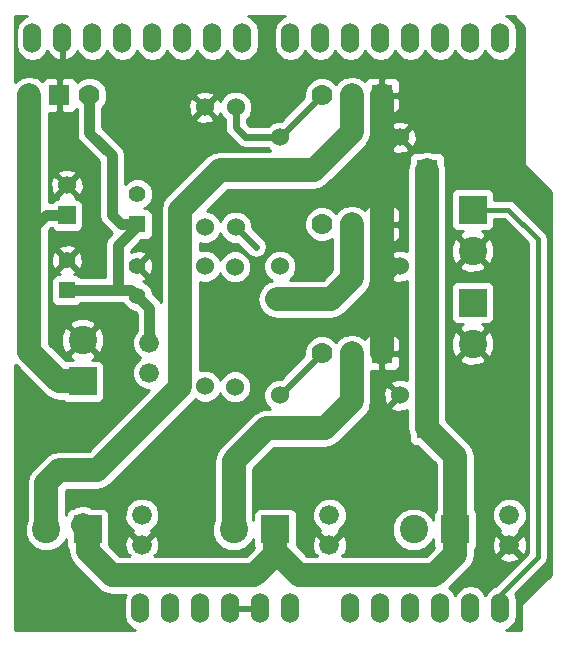
<source format=gbl>
G04 (created by PCBNEW (2013-07-07 BZR 4022)-stable) date 10/12/2014 6:36:12 PM*
%MOIN*%
G04 Gerber Fmt 3.4, Leading zero omitted, Abs format*
%FSLAX34Y34*%
G01*
G70*
G90*
G04 APERTURE LIST*
%ADD10C,0.00590551*%
%ADD11O,0.06X0.1*%
%ADD12C,0.06*%
%ADD13C,0.0944882*%
%ADD14R,0.0944882X0.0944882*%
%ADD15C,0.066*%
%ADD16C,0.07*%
%ADD17R,0.07X0.07*%
%ADD18R,0.06X0.06*%
%ADD19R,0.055X0.055*%
%ADD20C,0.055*%
%ADD21C,0.08*%
%ADD22C,0.024*%
%ADD23C,0.036*%
%ADD24C,0.016*%
%ADD25C,0.01*%
G04 APERTURE END LIST*
G54D10*
G54D11*
X61450Y-50100D03*
X60450Y-50100D03*
X59450Y-50100D03*
X56450Y-50100D03*
X57450Y-50100D03*
X58450Y-50100D03*
X54450Y-50100D03*
X53450Y-50100D03*
X52450Y-50100D03*
X50450Y-50100D03*
X49450Y-50100D03*
X61450Y-31100D03*
X60450Y-31100D03*
X59450Y-31100D03*
X58450Y-31100D03*
X57450Y-31100D03*
X56450Y-31100D03*
X55450Y-31100D03*
X54450Y-31100D03*
X52850Y-31100D03*
X51850Y-31100D03*
X50850Y-31100D03*
X49850Y-31100D03*
X48850Y-31100D03*
X47850Y-31100D03*
X46850Y-31100D03*
X45850Y-31100D03*
X51450Y-50100D03*
G54D12*
X51600Y-38700D03*
X51600Y-42700D03*
X58100Y-43000D03*
X54100Y-43000D03*
X52625Y-33400D03*
X52625Y-37400D03*
X58100Y-38700D03*
X54100Y-38700D03*
X58100Y-34400D03*
X54100Y-34400D03*
X52600Y-38725D03*
X52600Y-42725D03*
G54D13*
X58561Y-47474D03*
G54D14*
X59938Y-47474D03*
G54D13*
X52561Y-47474D03*
G54D14*
X53938Y-47474D03*
G54D13*
X46311Y-47474D03*
G54D14*
X47688Y-47474D03*
G54D15*
X49500Y-47000D03*
X49500Y-48000D03*
X55750Y-47000D03*
X55750Y-48000D03*
X61750Y-47000D03*
X61750Y-48000D03*
G54D16*
X54000Y-35500D03*
G54D17*
X59000Y-35500D03*
G54D16*
X54000Y-44100D03*
G54D17*
X59000Y-44100D03*
G54D16*
X54000Y-39800D03*
G54D17*
X59000Y-39800D03*
G54D13*
X47525Y-41161D03*
G54D14*
X47525Y-42538D03*
G54D16*
X55500Y-33000D03*
X56500Y-33000D03*
G54D17*
X57500Y-33000D03*
G54D16*
X55500Y-41600D03*
X56500Y-41600D03*
G54D17*
X57500Y-41600D03*
G54D16*
X55500Y-37300D03*
X56500Y-37300D03*
G54D17*
X57500Y-37300D03*
G54D18*
X47000Y-37000D03*
G54D12*
X47000Y-36000D03*
G54D19*
X47000Y-39500D03*
G54D20*
X47000Y-38500D03*
X49350Y-39700D03*
X49350Y-38700D03*
G54D16*
X45750Y-33000D03*
G54D17*
X46750Y-33000D03*
G54D16*
X47750Y-33000D03*
G54D15*
X49750Y-41250D03*
X49750Y-42250D03*
G54D13*
X60524Y-41288D03*
G54D14*
X60524Y-39911D03*
G54D13*
X60524Y-38188D03*
G54D14*
X60524Y-36811D03*
G54D19*
X49350Y-37300D03*
G54D20*
X49350Y-36300D03*
G54D12*
X51600Y-37400D03*
X51600Y-33400D03*
G54D21*
X57500Y-37300D02*
X57500Y-41600D01*
X57500Y-33000D02*
X57500Y-37300D01*
G54D22*
X52625Y-37400D02*
X52650Y-37400D01*
X52650Y-37400D02*
X53300Y-38050D01*
G54D23*
X49350Y-37300D02*
X49350Y-37350D01*
X48700Y-38000D02*
X48700Y-39500D01*
X49350Y-37350D02*
X48700Y-38000D01*
X49750Y-41250D02*
X49750Y-40100D01*
X49750Y-40100D02*
X49350Y-39700D01*
X47000Y-39500D02*
X48700Y-39500D01*
X48700Y-39500D02*
X49150Y-39500D01*
X49150Y-39500D02*
X49350Y-39700D01*
X49350Y-37300D02*
X48800Y-37300D01*
X47750Y-34250D02*
X47750Y-33000D01*
X48500Y-35000D02*
X47750Y-34250D01*
X48500Y-37000D02*
X48500Y-35000D01*
X48800Y-37300D02*
X48500Y-37000D01*
X49750Y-41250D02*
X49650Y-41250D01*
G54D22*
X54100Y-43000D02*
X55500Y-41600D01*
G54D21*
X54000Y-44100D02*
X53650Y-44100D01*
X52561Y-45188D02*
X52561Y-47474D01*
X53650Y-44100D02*
X52561Y-45188D01*
X56500Y-41600D02*
X56500Y-43200D01*
X55600Y-44100D02*
X54000Y-44100D01*
X56500Y-43200D02*
X55600Y-44100D01*
G54D22*
X54100Y-34400D02*
X52950Y-34400D01*
X52625Y-34075D02*
X52625Y-33400D01*
X52950Y-34400D02*
X52625Y-34075D01*
X55500Y-33000D02*
X54100Y-34400D01*
G54D21*
X50775Y-36825D02*
X50775Y-42725D01*
X54000Y-35500D02*
X52100Y-35500D01*
X50775Y-36825D02*
X52100Y-35500D01*
X46311Y-45938D02*
X46311Y-47474D01*
X46750Y-45500D02*
X46311Y-45938D01*
X48000Y-45500D02*
X46750Y-45500D01*
X50775Y-42725D02*
X48000Y-45500D01*
X56500Y-33000D02*
X56500Y-34225D01*
X55225Y-35500D02*
X54000Y-35500D01*
X56500Y-34225D02*
X55225Y-35500D01*
X56500Y-37300D02*
X56500Y-39100D01*
X55800Y-39800D02*
X54000Y-39800D01*
X56500Y-39100D02*
X55800Y-39800D01*
G54D24*
X61450Y-50100D02*
X61450Y-49650D01*
X61711Y-36811D02*
X60524Y-36811D01*
X62700Y-37800D02*
X61711Y-36811D01*
X62700Y-48400D02*
X62700Y-37800D01*
X61450Y-49650D02*
X62700Y-48400D01*
G54D21*
X59938Y-47474D02*
X59938Y-45038D01*
X59938Y-45038D02*
X59000Y-44100D01*
X53938Y-47474D02*
X53938Y-48188D01*
X59938Y-48311D02*
X59938Y-47474D01*
X59250Y-49000D02*
X59938Y-48311D01*
X54750Y-49000D02*
X59250Y-49000D01*
X53938Y-48188D02*
X54750Y-49000D01*
X47688Y-47474D02*
X47688Y-48188D01*
X47688Y-48188D02*
X48500Y-49000D01*
X48500Y-49000D02*
X53250Y-49000D01*
X53250Y-49000D02*
X53938Y-48311D01*
X53938Y-48311D02*
X53938Y-47474D01*
X47525Y-47311D02*
X47688Y-47474D01*
G54D23*
X47000Y-37000D02*
X46300Y-37000D01*
X46300Y-37000D02*
X45750Y-37550D01*
G54D21*
X45750Y-33000D02*
X45750Y-35250D01*
X45750Y-35250D02*
X45750Y-37550D01*
X45750Y-37550D02*
X45750Y-41550D01*
X46738Y-42538D02*
X47525Y-42538D01*
X45750Y-41550D02*
X46738Y-42538D01*
X59000Y-35500D02*
X59000Y-39800D01*
X59000Y-39800D02*
X59000Y-44100D01*
G54D10*
G36*
X53507Y-50150D02*
X53500Y-50150D01*
X53500Y-50157D01*
X53400Y-50157D01*
X53400Y-50150D01*
X53000Y-50150D01*
X52900Y-50150D01*
X52500Y-50150D01*
X52500Y-50157D01*
X52400Y-50157D01*
X52400Y-50150D01*
X52392Y-50150D01*
X52392Y-50050D01*
X52400Y-50050D01*
X52400Y-50042D01*
X52500Y-50042D01*
X52500Y-50050D01*
X52900Y-50050D01*
X53000Y-50050D01*
X53400Y-50050D01*
X53400Y-50042D01*
X53500Y-50042D01*
X53500Y-50050D01*
X53507Y-50050D01*
X53507Y-50150D01*
X53507Y-50150D01*
G37*
G54D25*
X53507Y-50150D02*
X53500Y-50150D01*
X53500Y-50157D01*
X53400Y-50157D01*
X53400Y-50150D01*
X53000Y-50150D01*
X52900Y-50150D01*
X52500Y-50150D01*
X52500Y-50157D01*
X52400Y-50157D01*
X52400Y-50150D01*
X52392Y-50150D01*
X52392Y-50050D01*
X52400Y-50050D01*
X52400Y-50042D01*
X52500Y-50042D01*
X52500Y-50050D01*
X52900Y-50050D01*
X53000Y-50050D01*
X53400Y-50050D01*
X53400Y-50042D01*
X53500Y-50042D01*
X53500Y-50050D01*
X53507Y-50050D01*
X53507Y-50150D01*
G54D10*
G36*
X63130Y-48988D02*
X62209Y-49909D01*
X62150Y-49996D01*
X62130Y-50100D01*
X62130Y-50830D01*
X61622Y-50830D01*
X61660Y-50822D01*
X61838Y-50703D01*
X61958Y-50525D01*
X62000Y-50314D01*
X62000Y-49885D01*
X61958Y-49674D01*
X61931Y-49635D01*
X62933Y-48633D01*
X63004Y-48526D01*
X63004Y-48526D01*
X63030Y-48400D01*
X63030Y-37800D01*
X63004Y-37673D01*
X63004Y-37673D01*
X62933Y-37566D01*
X61944Y-36577D01*
X61837Y-36506D01*
X61711Y-36481D01*
X61246Y-36481D01*
X61246Y-36289D01*
X61208Y-36197D01*
X61138Y-36126D01*
X61046Y-36088D01*
X60947Y-36088D01*
X60002Y-36088D01*
X59910Y-36126D01*
X59840Y-36196D01*
X59802Y-36288D01*
X59801Y-36388D01*
X59801Y-37332D01*
X59839Y-37424D01*
X59910Y-37495D01*
X60002Y-37533D01*
X60101Y-37533D01*
X60209Y-37533D01*
X60132Y-37565D01*
X60084Y-37678D01*
X60524Y-38118D01*
X60964Y-37678D01*
X60915Y-37565D01*
X60833Y-37533D01*
X61046Y-37533D01*
X61138Y-37495D01*
X61208Y-37425D01*
X61246Y-37333D01*
X61246Y-37233D01*
X61246Y-37141D01*
X61574Y-37141D01*
X62370Y-37936D01*
X62370Y-48263D01*
X62334Y-48298D01*
X62334Y-48088D01*
X62330Y-47989D01*
X62330Y-46885D01*
X62241Y-46671D01*
X62078Y-46508D01*
X61865Y-46420D01*
X61635Y-46419D01*
X61421Y-46508D01*
X61258Y-46671D01*
X61250Y-46690D01*
X61250Y-41411D01*
X61250Y-38311D01*
X61242Y-38024D01*
X61148Y-37797D01*
X61035Y-37748D01*
X60595Y-38188D01*
X61035Y-38628D01*
X61148Y-38580D01*
X61250Y-38311D01*
X61250Y-41411D01*
X61246Y-41280D01*
X61246Y-40333D01*
X61246Y-39389D01*
X61208Y-39297D01*
X61138Y-39226D01*
X61046Y-39188D01*
X60964Y-39188D01*
X60964Y-38699D01*
X60524Y-38259D01*
X60453Y-38330D01*
X60453Y-38188D01*
X60013Y-37748D01*
X59900Y-37797D01*
X59798Y-38066D01*
X59806Y-38353D01*
X59900Y-38580D01*
X60013Y-38628D01*
X60453Y-38188D01*
X60453Y-38330D01*
X60084Y-38699D01*
X60132Y-38812D01*
X60401Y-38915D01*
X60688Y-38907D01*
X60915Y-38812D01*
X60964Y-38699D01*
X60964Y-39188D01*
X60947Y-39188D01*
X60002Y-39188D01*
X59910Y-39226D01*
X59840Y-39296D01*
X59802Y-39388D01*
X59801Y-39488D01*
X59801Y-40432D01*
X59839Y-40524D01*
X59910Y-40595D01*
X60002Y-40633D01*
X60101Y-40633D01*
X60209Y-40633D01*
X60132Y-40665D01*
X60084Y-40778D01*
X60524Y-41218D01*
X60964Y-40778D01*
X60915Y-40665D01*
X60833Y-40633D01*
X61046Y-40633D01*
X61138Y-40595D01*
X61208Y-40525D01*
X61246Y-40433D01*
X61246Y-40333D01*
X61246Y-41280D01*
X61242Y-41124D01*
X61148Y-40897D01*
X61035Y-40848D01*
X60595Y-41288D01*
X61035Y-41728D01*
X61148Y-41680D01*
X61250Y-41411D01*
X61250Y-46690D01*
X61170Y-46884D01*
X61169Y-47114D01*
X61258Y-47328D01*
X61421Y-47491D01*
X61442Y-47500D01*
X61413Y-47592D01*
X61750Y-47929D01*
X62086Y-47592D01*
X62057Y-47500D01*
X62078Y-47491D01*
X62241Y-47328D01*
X62329Y-47115D01*
X62330Y-46885D01*
X62330Y-47989D01*
X62324Y-47858D01*
X62256Y-47694D01*
X62157Y-47663D01*
X61820Y-48000D01*
X62157Y-48336D01*
X62256Y-48305D01*
X62334Y-48088D01*
X62334Y-48298D01*
X62086Y-48546D01*
X62086Y-48407D01*
X61750Y-48070D01*
X61679Y-48141D01*
X61679Y-48000D01*
X61342Y-47663D01*
X61243Y-47694D01*
X61165Y-47911D01*
X61175Y-48141D01*
X61243Y-48305D01*
X61342Y-48336D01*
X61679Y-48000D01*
X61679Y-48141D01*
X61413Y-48407D01*
X61444Y-48506D01*
X61661Y-48584D01*
X61891Y-48574D01*
X62055Y-48506D01*
X62086Y-48407D01*
X62086Y-48546D01*
X61260Y-49373D01*
X61239Y-49377D01*
X61061Y-49496D01*
X60964Y-49641D01*
X60964Y-41799D01*
X60524Y-41359D01*
X60453Y-41430D01*
X60453Y-41288D01*
X60013Y-40848D01*
X59900Y-40897D01*
X59798Y-41166D01*
X59806Y-41453D01*
X59900Y-41680D01*
X60013Y-41728D01*
X60453Y-41288D01*
X60453Y-41430D01*
X60084Y-41799D01*
X60132Y-41912D01*
X60401Y-42015D01*
X60688Y-42007D01*
X60915Y-41912D01*
X60964Y-41799D01*
X60964Y-49641D01*
X60950Y-49662D01*
X60838Y-49496D01*
X60660Y-49377D01*
X60450Y-49335D01*
X60239Y-49377D01*
X60061Y-49496D01*
X59950Y-49662D01*
X59838Y-49496D01*
X59739Y-49429D01*
X60398Y-48770D01*
X60398Y-48770D01*
X60492Y-48629D01*
X60539Y-48559D01*
X60539Y-48559D01*
X60588Y-48311D01*
X60588Y-48311D01*
X60588Y-48122D01*
X60623Y-48088D01*
X60661Y-47996D01*
X60661Y-47897D01*
X60661Y-46952D01*
X60623Y-46860D01*
X60588Y-46825D01*
X60588Y-45038D01*
X60547Y-44831D01*
X60539Y-44790D01*
X60539Y-44790D01*
X60398Y-44579D01*
X60398Y-44579D01*
X59650Y-43830D01*
X59650Y-39800D01*
X59650Y-35500D01*
X59600Y-35251D01*
X59600Y-35250D01*
X59600Y-35100D01*
X59562Y-35008D01*
X59491Y-34938D01*
X59399Y-34900D01*
X59300Y-34899D01*
X59249Y-34899D01*
X59248Y-34899D01*
X59000Y-34850D01*
X58751Y-34899D01*
X58750Y-34899D01*
X58654Y-34899D01*
X58654Y-34481D01*
X58643Y-34263D01*
X58581Y-34112D01*
X58485Y-34084D01*
X58415Y-34155D01*
X58415Y-34014D01*
X58387Y-33918D01*
X58181Y-33845D01*
X58100Y-33849D01*
X58100Y-33399D01*
X58100Y-32600D01*
X58062Y-32508D01*
X57991Y-32438D01*
X57899Y-32400D01*
X57800Y-32399D01*
X57612Y-32400D01*
X57550Y-32462D01*
X57550Y-32950D01*
X58037Y-32950D01*
X58100Y-32887D01*
X58100Y-32600D01*
X58100Y-33399D01*
X58100Y-33112D01*
X58037Y-33050D01*
X57550Y-33050D01*
X57550Y-33537D01*
X57612Y-33600D01*
X57800Y-33600D01*
X57899Y-33599D01*
X57991Y-33561D01*
X58062Y-33491D01*
X58100Y-33399D01*
X58100Y-33849D01*
X57963Y-33856D01*
X57812Y-33918D01*
X57784Y-34014D01*
X58100Y-34329D01*
X58415Y-34014D01*
X58415Y-34155D01*
X58170Y-34400D01*
X58485Y-34715D01*
X58581Y-34687D01*
X58654Y-34481D01*
X58654Y-34899D01*
X58600Y-34899D01*
X58508Y-34937D01*
X58438Y-35008D01*
X58415Y-35063D01*
X58415Y-34785D01*
X58100Y-34470D01*
X58029Y-34541D01*
X58029Y-34400D01*
X57714Y-34084D01*
X57618Y-34112D01*
X57545Y-34318D01*
X57556Y-34536D01*
X57618Y-34687D01*
X57714Y-34715D01*
X58029Y-34400D01*
X58029Y-34541D01*
X57784Y-34785D01*
X57812Y-34881D01*
X58018Y-34954D01*
X58236Y-34943D01*
X58387Y-34881D01*
X58415Y-34785D01*
X58415Y-35063D01*
X58400Y-35100D01*
X58399Y-35199D01*
X58399Y-35250D01*
X58399Y-35251D01*
X58350Y-35500D01*
X58350Y-38205D01*
X58181Y-38145D01*
X58100Y-38149D01*
X58100Y-37699D01*
X58100Y-36900D01*
X58062Y-36808D01*
X57991Y-36738D01*
X57899Y-36700D01*
X57800Y-36699D01*
X57612Y-36700D01*
X57550Y-36762D01*
X57550Y-37250D01*
X58037Y-37250D01*
X58100Y-37187D01*
X58100Y-36900D01*
X58100Y-37699D01*
X58100Y-37412D01*
X58037Y-37350D01*
X57550Y-37350D01*
X57550Y-37837D01*
X57612Y-37900D01*
X57800Y-37900D01*
X57899Y-37899D01*
X57991Y-37861D01*
X58062Y-37791D01*
X58100Y-37699D01*
X58100Y-38149D01*
X57963Y-38156D01*
X57812Y-38218D01*
X57784Y-38314D01*
X58100Y-38629D01*
X58105Y-38623D01*
X58176Y-38694D01*
X58170Y-38700D01*
X58176Y-38705D01*
X58105Y-38776D01*
X58100Y-38770D01*
X58029Y-38841D01*
X58029Y-38700D01*
X57714Y-38384D01*
X57618Y-38412D01*
X57545Y-38618D01*
X57556Y-38836D01*
X57618Y-38987D01*
X57714Y-39015D01*
X58029Y-38700D01*
X58029Y-38841D01*
X57784Y-39085D01*
X57812Y-39181D01*
X58018Y-39254D01*
X58236Y-39243D01*
X58350Y-39196D01*
X58350Y-39800D01*
X58350Y-42505D01*
X58181Y-42445D01*
X58100Y-42449D01*
X58100Y-41999D01*
X58100Y-41200D01*
X58062Y-41108D01*
X57991Y-41038D01*
X57899Y-41000D01*
X57800Y-40999D01*
X57612Y-41000D01*
X57550Y-41062D01*
X57550Y-41550D01*
X58037Y-41550D01*
X58100Y-41487D01*
X58100Y-41200D01*
X58100Y-41999D01*
X58100Y-41712D01*
X58037Y-41650D01*
X57550Y-41650D01*
X57550Y-42137D01*
X57612Y-42200D01*
X57800Y-42200D01*
X57899Y-42199D01*
X57991Y-42161D01*
X58062Y-42091D01*
X58100Y-41999D01*
X58100Y-42449D01*
X57963Y-42456D01*
X57812Y-42518D01*
X57784Y-42614D01*
X58100Y-42929D01*
X58105Y-42923D01*
X58176Y-42994D01*
X58170Y-43000D01*
X58176Y-43005D01*
X58105Y-43076D01*
X58100Y-43070D01*
X58029Y-43141D01*
X58029Y-43000D01*
X57714Y-42684D01*
X57618Y-42712D01*
X57545Y-42918D01*
X57556Y-43136D01*
X57618Y-43287D01*
X57714Y-43315D01*
X58029Y-43000D01*
X58029Y-43141D01*
X57784Y-43385D01*
X57812Y-43481D01*
X58018Y-43554D01*
X58236Y-43543D01*
X58350Y-43496D01*
X58350Y-44100D01*
X58399Y-44348D01*
X58399Y-44349D01*
X58399Y-44499D01*
X58437Y-44591D01*
X58508Y-44661D01*
X58600Y-44699D01*
X58680Y-44700D01*
X59288Y-45308D01*
X59288Y-46825D01*
X59254Y-46860D01*
X59216Y-46952D01*
X59216Y-47051D01*
X59216Y-47168D01*
X59173Y-47065D01*
X58970Y-46862D01*
X58705Y-46752D01*
X58417Y-46751D01*
X58152Y-46861D01*
X57948Y-47064D01*
X57838Y-47330D01*
X57838Y-47617D01*
X57948Y-47883D01*
X58151Y-48086D01*
X58416Y-48196D01*
X58704Y-48196D01*
X58969Y-48087D01*
X59173Y-47884D01*
X59216Y-47779D01*
X59216Y-47996D01*
X59250Y-48079D01*
X58980Y-48350D01*
X56334Y-48350D01*
X56170Y-48350D01*
X56157Y-48336D01*
X56256Y-48305D01*
X56334Y-48088D01*
X56330Y-47989D01*
X56330Y-46885D01*
X56241Y-46671D01*
X56078Y-46508D01*
X55865Y-46420D01*
X55635Y-46419D01*
X55421Y-46508D01*
X55258Y-46671D01*
X55170Y-46884D01*
X55169Y-47114D01*
X55258Y-47328D01*
X55421Y-47491D01*
X55442Y-47500D01*
X55413Y-47592D01*
X55750Y-47929D01*
X56086Y-47592D01*
X56057Y-47500D01*
X56078Y-47491D01*
X56241Y-47328D01*
X56329Y-47115D01*
X56330Y-46885D01*
X56330Y-47989D01*
X56324Y-47858D01*
X56256Y-47694D01*
X56157Y-47663D01*
X55820Y-48000D01*
X55826Y-48005D01*
X55755Y-48076D01*
X55750Y-48070D01*
X55744Y-48076D01*
X55679Y-48011D01*
X55673Y-48005D01*
X55679Y-48000D01*
X55342Y-47663D01*
X55243Y-47694D01*
X55165Y-47911D01*
X55175Y-48141D01*
X55243Y-48305D01*
X55342Y-48336D01*
X55329Y-48350D01*
X55019Y-48350D01*
X54661Y-47992D01*
X54661Y-47897D01*
X54661Y-46952D01*
X54623Y-46860D01*
X54553Y-46790D01*
X54461Y-46752D01*
X54361Y-46751D01*
X53417Y-46751D01*
X53325Y-46789D01*
X53254Y-46860D01*
X53216Y-46952D01*
X53216Y-47051D01*
X53216Y-47168D01*
X53211Y-47155D01*
X53211Y-45458D01*
X53919Y-44750D01*
X54000Y-44750D01*
X55600Y-44750D01*
X55848Y-44700D01*
X55848Y-44700D01*
X56059Y-44559D01*
X56959Y-43659D01*
X57100Y-43448D01*
X57100Y-43448D01*
X57108Y-43407D01*
X57149Y-43200D01*
X57150Y-43200D01*
X57150Y-42199D01*
X57199Y-42200D01*
X57387Y-42200D01*
X57450Y-42137D01*
X57450Y-41650D01*
X57442Y-41650D01*
X57442Y-41550D01*
X57450Y-41550D01*
X57450Y-41062D01*
X57450Y-37837D01*
X57450Y-37350D01*
X57442Y-37350D01*
X57442Y-37250D01*
X57450Y-37250D01*
X57450Y-36762D01*
X57387Y-36700D01*
X57199Y-36699D01*
X57100Y-36700D01*
X57008Y-36738D01*
X56937Y-36808D01*
X56932Y-36822D01*
X56748Y-36699D01*
X56500Y-36650D01*
X56251Y-36699D01*
X56040Y-36840D01*
X55979Y-36931D01*
X55840Y-36791D01*
X55619Y-36700D01*
X55381Y-36699D01*
X55160Y-36791D01*
X54991Y-36959D01*
X54900Y-37180D01*
X54899Y-37418D01*
X54991Y-37639D01*
X55159Y-37808D01*
X55380Y-37899D01*
X55618Y-37900D01*
X55839Y-37808D01*
X55850Y-37798D01*
X55850Y-38830D01*
X55530Y-39150D01*
X54427Y-39150D01*
X54565Y-39011D01*
X54649Y-38809D01*
X54650Y-38591D01*
X54566Y-38388D01*
X54411Y-38234D01*
X54209Y-38150D01*
X53991Y-38149D01*
X53788Y-38233D01*
X53634Y-38388D01*
X53550Y-38590D01*
X53549Y-38808D01*
X53633Y-39011D01*
X53788Y-39165D01*
X53830Y-39183D01*
X53751Y-39199D01*
X53540Y-39340D01*
X53399Y-39551D01*
X53350Y-39800D01*
X53399Y-40048D01*
X53540Y-40259D01*
X53751Y-40400D01*
X54000Y-40450D01*
X55800Y-40450D01*
X56048Y-40400D01*
X56048Y-40400D01*
X56259Y-40259D01*
X56959Y-39559D01*
X56959Y-39559D01*
X57053Y-39418D01*
X57100Y-39348D01*
X57100Y-39348D01*
X57149Y-39100D01*
X57150Y-39100D01*
X57150Y-37899D01*
X57199Y-37900D01*
X57387Y-37900D01*
X57450Y-37837D01*
X57450Y-41062D01*
X57387Y-41000D01*
X57199Y-40999D01*
X57100Y-41000D01*
X57008Y-41038D01*
X56937Y-41108D01*
X56932Y-41122D01*
X56748Y-40999D01*
X56500Y-40950D01*
X56251Y-40999D01*
X56040Y-41140D01*
X55979Y-41231D01*
X55840Y-41091D01*
X55619Y-41000D01*
X55381Y-40999D01*
X55160Y-41091D01*
X54991Y-41259D01*
X54900Y-41480D01*
X54899Y-41676D01*
X54126Y-42450D01*
X53991Y-42449D01*
X53788Y-42533D01*
X53634Y-42688D01*
X53550Y-42890D01*
X53549Y-43108D01*
X53633Y-43311D01*
X53772Y-43450D01*
X53650Y-43450D01*
X53401Y-43499D01*
X53331Y-43546D01*
X53190Y-43640D01*
X52101Y-44729D01*
X51960Y-44940D01*
X51911Y-45188D01*
X51911Y-47155D01*
X51838Y-47330D01*
X51838Y-47617D01*
X51948Y-47883D01*
X52151Y-48086D01*
X52416Y-48196D01*
X52704Y-48196D01*
X52969Y-48087D01*
X53173Y-47884D01*
X53216Y-47779D01*
X53216Y-47996D01*
X53250Y-48079D01*
X52980Y-48350D01*
X50084Y-48350D01*
X49920Y-48350D01*
X49907Y-48336D01*
X50006Y-48305D01*
X50084Y-48088D01*
X50080Y-47989D01*
X50080Y-46885D01*
X49991Y-46671D01*
X49828Y-46508D01*
X49615Y-46420D01*
X49385Y-46419D01*
X49171Y-46508D01*
X49008Y-46671D01*
X48920Y-46884D01*
X48919Y-47114D01*
X49008Y-47328D01*
X49171Y-47491D01*
X49192Y-47500D01*
X49163Y-47592D01*
X49500Y-47929D01*
X49836Y-47592D01*
X49807Y-47500D01*
X49828Y-47491D01*
X49991Y-47328D01*
X50079Y-47115D01*
X50080Y-46885D01*
X50080Y-47989D01*
X50074Y-47858D01*
X50006Y-47694D01*
X49907Y-47663D01*
X49570Y-48000D01*
X49576Y-48005D01*
X49505Y-48076D01*
X49500Y-48070D01*
X49494Y-48076D01*
X49429Y-48011D01*
X49423Y-48005D01*
X49429Y-48000D01*
X49092Y-47663D01*
X48993Y-47694D01*
X48915Y-47911D01*
X48925Y-48141D01*
X48993Y-48305D01*
X49092Y-48336D01*
X49079Y-48350D01*
X48769Y-48350D01*
X48411Y-47992D01*
X48411Y-47897D01*
X48411Y-46952D01*
X48373Y-46860D01*
X48303Y-46790D01*
X48211Y-46752D01*
X48111Y-46751D01*
X47836Y-46751D01*
X47774Y-46710D01*
X47525Y-46661D01*
X47276Y-46710D01*
X47214Y-46751D01*
X47167Y-46751D01*
X47075Y-46789D01*
X47004Y-46860D01*
X46966Y-46952D01*
X46966Y-47000D01*
X46961Y-47008D01*
X46961Y-46208D01*
X47019Y-46150D01*
X48000Y-46150D01*
X48248Y-46100D01*
X48248Y-46100D01*
X48459Y-45959D01*
X51234Y-43184D01*
X51234Y-43184D01*
X51263Y-43141D01*
X51263Y-43141D01*
X51288Y-43165D01*
X51490Y-43249D01*
X51708Y-43250D01*
X51911Y-43166D01*
X52065Y-43011D01*
X52094Y-42942D01*
X52133Y-43036D01*
X52288Y-43190D01*
X52490Y-43274D01*
X52708Y-43275D01*
X52911Y-43191D01*
X53065Y-43036D01*
X53149Y-42834D01*
X53150Y-42616D01*
X53066Y-42413D01*
X52911Y-42259D01*
X52709Y-42175D01*
X52491Y-42174D01*
X52288Y-42258D01*
X52134Y-42413D01*
X52105Y-42482D01*
X52066Y-42388D01*
X51911Y-42234D01*
X51709Y-42150D01*
X51491Y-42149D01*
X51425Y-42177D01*
X51425Y-39222D01*
X51490Y-39249D01*
X51708Y-39250D01*
X51911Y-39166D01*
X52065Y-39011D01*
X52094Y-38942D01*
X52133Y-39036D01*
X52288Y-39190D01*
X52490Y-39274D01*
X52708Y-39275D01*
X52911Y-39191D01*
X53065Y-39036D01*
X53149Y-38834D01*
X53150Y-38616D01*
X53066Y-38413D01*
X52911Y-38259D01*
X52709Y-38175D01*
X52491Y-38174D01*
X52288Y-38258D01*
X52134Y-38413D01*
X52105Y-38482D01*
X52066Y-38388D01*
X51911Y-38234D01*
X51709Y-38150D01*
X51491Y-38149D01*
X51425Y-38177D01*
X51425Y-37922D01*
X51490Y-37949D01*
X51708Y-37950D01*
X51911Y-37866D01*
X52065Y-37711D01*
X52112Y-37599D01*
X52158Y-37711D01*
X52313Y-37865D01*
X52515Y-37949D01*
X52676Y-37950D01*
X53038Y-38311D01*
X53158Y-38391D01*
X53300Y-38420D01*
X53441Y-38391D01*
X53561Y-38311D01*
X53641Y-38191D01*
X53670Y-38050D01*
X53641Y-37908D01*
X53561Y-37788D01*
X53174Y-37401D01*
X53175Y-37291D01*
X53091Y-37088D01*
X52936Y-36934D01*
X52734Y-36850D01*
X52516Y-36849D01*
X52313Y-36933D01*
X52159Y-37088D01*
X52112Y-37200D01*
X52066Y-37088D01*
X51911Y-36934D01*
X51709Y-36850D01*
X51669Y-36850D01*
X52369Y-36150D01*
X54000Y-36150D01*
X55225Y-36150D01*
X55473Y-36100D01*
X55473Y-36100D01*
X55684Y-35959D01*
X56959Y-34684D01*
X56959Y-34684D01*
X57053Y-34543D01*
X57100Y-34473D01*
X57100Y-34473D01*
X57149Y-34225D01*
X57150Y-34225D01*
X57150Y-33599D01*
X57199Y-33600D01*
X57387Y-33600D01*
X57450Y-33537D01*
X57450Y-33050D01*
X57442Y-33050D01*
X57442Y-32950D01*
X57450Y-32950D01*
X57450Y-32462D01*
X57387Y-32400D01*
X57199Y-32399D01*
X57100Y-32400D01*
X57008Y-32438D01*
X56937Y-32508D01*
X56932Y-32522D01*
X56748Y-32399D01*
X56500Y-32350D01*
X56251Y-32399D01*
X56040Y-32540D01*
X55979Y-32631D01*
X55840Y-32491D01*
X55619Y-32400D01*
X55381Y-32399D01*
X55160Y-32491D01*
X54991Y-32659D01*
X54900Y-32880D01*
X54899Y-33076D01*
X54126Y-33850D01*
X53991Y-33849D01*
X53788Y-33933D01*
X53692Y-34030D01*
X53103Y-34030D01*
X52995Y-33921D01*
X52995Y-33807D01*
X53090Y-33711D01*
X53174Y-33509D01*
X53175Y-33291D01*
X53091Y-33088D01*
X52936Y-32934D01*
X52734Y-32850D01*
X52516Y-32849D01*
X52313Y-32933D01*
X52159Y-33088D01*
X52115Y-33193D01*
X52081Y-33112D01*
X51985Y-33084D01*
X51915Y-33155D01*
X51915Y-33014D01*
X51887Y-32918D01*
X51681Y-32845D01*
X51463Y-32856D01*
X51312Y-32918D01*
X51284Y-33014D01*
X51600Y-33329D01*
X51915Y-33014D01*
X51915Y-33155D01*
X51670Y-33400D01*
X51985Y-33715D01*
X52081Y-33687D01*
X52112Y-33600D01*
X52158Y-33711D01*
X52255Y-33807D01*
X52255Y-34075D01*
X52283Y-34216D01*
X52363Y-34336D01*
X52688Y-34661D01*
X52808Y-34741D01*
X52950Y-34770D01*
X53692Y-34770D01*
X53772Y-34850D01*
X52100Y-34850D01*
X51915Y-34886D01*
X51915Y-33785D01*
X51600Y-33470D01*
X51529Y-33541D01*
X51529Y-33400D01*
X51214Y-33084D01*
X51118Y-33112D01*
X51045Y-33318D01*
X51056Y-33536D01*
X51118Y-33687D01*
X51214Y-33715D01*
X51529Y-33400D01*
X51529Y-33541D01*
X51284Y-33785D01*
X51312Y-33881D01*
X51518Y-33954D01*
X51736Y-33943D01*
X51887Y-33881D01*
X51915Y-33785D01*
X51915Y-34886D01*
X51851Y-34899D01*
X51781Y-34946D01*
X51640Y-35040D01*
X50315Y-36365D01*
X50174Y-36576D01*
X50125Y-36825D01*
X50125Y-39902D01*
X50054Y-39795D01*
X50054Y-39795D01*
X49879Y-39621D01*
X49879Y-38775D01*
X49868Y-38567D01*
X49810Y-38427D01*
X49717Y-38402D01*
X49420Y-38700D01*
X49717Y-38997D01*
X49810Y-38972D01*
X49879Y-38775D01*
X49879Y-39621D01*
X49875Y-39616D01*
X49875Y-39596D01*
X49795Y-39403D01*
X49647Y-39255D01*
X49521Y-39202D01*
X49622Y-39160D01*
X49647Y-39067D01*
X49350Y-38770D01*
X49344Y-38776D01*
X49273Y-38705D01*
X49279Y-38700D01*
X49273Y-38694D01*
X49344Y-38623D01*
X49350Y-38629D01*
X49647Y-38332D01*
X49622Y-38239D01*
X49425Y-38170D01*
X49217Y-38181D01*
X49130Y-38217D01*
X49130Y-38178D01*
X49483Y-37825D01*
X49674Y-37825D01*
X49766Y-37787D01*
X49836Y-37716D01*
X49874Y-37624D01*
X49875Y-37525D01*
X49875Y-36975D01*
X49837Y-36883D01*
X49766Y-36813D01*
X49674Y-36775D01*
X49575Y-36774D01*
X49575Y-36774D01*
X49647Y-36745D01*
X49794Y-36597D01*
X49874Y-36404D01*
X49875Y-36196D01*
X49795Y-36003D01*
X49647Y-35855D01*
X49454Y-35775D01*
X49246Y-35774D01*
X49053Y-35854D01*
X48930Y-35977D01*
X48930Y-35000D01*
X48929Y-34999D01*
X48897Y-34835D01*
X48804Y-34695D01*
X48804Y-34695D01*
X48180Y-34071D01*
X48180Y-33418D01*
X48258Y-33340D01*
X48349Y-33119D01*
X48350Y-32881D01*
X48258Y-32660D01*
X48090Y-32491D01*
X47869Y-32400D01*
X47631Y-32399D01*
X47410Y-32491D01*
X47335Y-32565D01*
X47312Y-32508D01*
X47241Y-32438D01*
X47149Y-32400D01*
X47050Y-32399D01*
X46862Y-32400D01*
X46800Y-32462D01*
X46800Y-32950D01*
X46807Y-32950D01*
X46807Y-33050D01*
X46800Y-33050D01*
X46800Y-33537D01*
X46862Y-33600D01*
X47050Y-33600D01*
X47149Y-33599D01*
X47241Y-33561D01*
X47312Y-33491D01*
X47320Y-33472D01*
X47320Y-34250D01*
X47352Y-34414D01*
X47445Y-34554D01*
X48070Y-35178D01*
X48070Y-37000D01*
X48102Y-37164D01*
X48195Y-37304D01*
X48491Y-37600D01*
X48395Y-37695D01*
X48302Y-37835D01*
X48270Y-38000D01*
X48270Y-39070D01*
X47554Y-39070D01*
X47554Y-36081D01*
X47543Y-35863D01*
X47481Y-35712D01*
X47385Y-35684D01*
X47315Y-35755D01*
X47315Y-35614D01*
X47287Y-35518D01*
X47081Y-35445D01*
X46863Y-35456D01*
X46712Y-35518D01*
X46684Y-35614D01*
X47000Y-35929D01*
X47315Y-35614D01*
X47315Y-35755D01*
X47070Y-36000D01*
X47385Y-36315D01*
X47481Y-36287D01*
X47554Y-36081D01*
X47554Y-39070D01*
X47529Y-39070D01*
X47529Y-38575D01*
X47518Y-38367D01*
X47460Y-38227D01*
X47367Y-38202D01*
X47297Y-38273D01*
X47297Y-38132D01*
X47272Y-38039D01*
X47075Y-37970D01*
X46867Y-37981D01*
X46727Y-38039D01*
X46702Y-38132D01*
X47000Y-38429D01*
X47297Y-38132D01*
X47297Y-38273D01*
X47070Y-38500D01*
X47367Y-38797D01*
X47460Y-38772D01*
X47529Y-38575D01*
X47529Y-39070D01*
X47473Y-39070D01*
X47416Y-39013D01*
X47324Y-38975D01*
X47237Y-38974D01*
X47272Y-38960D01*
X47297Y-38867D01*
X47000Y-38570D01*
X46929Y-38641D01*
X46929Y-38500D01*
X46632Y-38202D01*
X46539Y-38227D01*
X46470Y-38424D01*
X46481Y-38632D01*
X46539Y-38772D01*
X46632Y-38797D01*
X46929Y-38500D01*
X46929Y-38641D01*
X46702Y-38867D01*
X46727Y-38960D01*
X46768Y-38974D01*
X46675Y-38974D01*
X46583Y-39012D01*
X46513Y-39083D01*
X46475Y-39175D01*
X46474Y-39274D01*
X46474Y-39824D01*
X46512Y-39916D01*
X46583Y-39986D01*
X46675Y-40024D01*
X46774Y-40025D01*
X47324Y-40025D01*
X47416Y-39987D01*
X47473Y-39930D01*
X48700Y-39930D01*
X48876Y-39930D01*
X48904Y-39997D01*
X49052Y-40144D01*
X49245Y-40224D01*
X49266Y-40224D01*
X49320Y-40278D01*
X49320Y-40859D01*
X49258Y-40921D01*
X49170Y-41134D01*
X49169Y-41364D01*
X49258Y-41578D01*
X49421Y-41741D01*
X49441Y-41749D01*
X49421Y-41758D01*
X49258Y-41921D01*
X49170Y-42134D01*
X49169Y-42364D01*
X49258Y-42578D01*
X49421Y-42741D01*
X49634Y-42829D01*
X49750Y-42830D01*
X48251Y-44328D01*
X48251Y-41283D01*
X48243Y-40996D01*
X48149Y-40769D01*
X48036Y-40721D01*
X47965Y-40791D01*
X47965Y-40650D01*
X47917Y-40537D01*
X47648Y-40434D01*
X47361Y-40442D01*
X47134Y-40537D01*
X47085Y-40650D01*
X47525Y-41090D01*
X47965Y-40650D01*
X47965Y-40791D01*
X47596Y-41161D01*
X48036Y-41601D01*
X48149Y-41552D01*
X48251Y-41283D01*
X48251Y-44328D01*
X47730Y-44850D01*
X46750Y-44850D01*
X46542Y-44891D01*
X46501Y-44899D01*
X46290Y-45040D01*
X45851Y-45479D01*
X45710Y-45690D01*
X45661Y-45938D01*
X45661Y-47155D01*
X45588Y-47330D01*
X45588Y-47617D01*
X45698Y-47883D01*
X45901Y-48086D01*
X46166Y-48196D01*
X46454Y-48196D01*
X46719Y-48087D01*
X46923Y-47884D01*
X46966Y-47779D01*
X46966Y-47996D01*
X47004Y-48088D01*
X47038Y-48122D01*
X47038Y-48188D01*
X47088Y-48437D01*
X47229Y-48648D01*
X48040Y-49459D01*
X48040Y-49459D01*
X48181Y-49553D01*
X48251Y-49600D01*
X48251Y-49600D01*
X48499Y-49649D01*
X48500Y-49650D01*
X48958Y-49650D01*
X48941Y-49674D01*
X48900Y-49885D01*
X48900Y-50314D01*
X48941Y-50525D01*
X49061Y-50703D01*
X49239Y-50822D01*
X49277Y-50830D01*
X45269Y-50830D01*
X45269Y-41978D01*
X45290Y-42009D01*
X46279Y-42998D01*
X46279Y-42998D01*
X46420Y-43092D01*
X46490Y-43139D01*
X46490Y-43139D01*
X46738Y-43188D01*
X46877Y-43188D01*
X46911Y-43223D01*
X47003Y-43261D01*
X47102Y-43261D01*
X48047Y-43261D01*
X48139Y-43223D01*
X48209Y-43153D01*
X48247Y-43061D01*
X48248Y-42961D01*
X48248Y-42017D01*
X48210Y-41925D01*
X48139Y-41854D01*
X48047Y-41816D01*
X47948Y-41816D01*
X47840Y-41816D01*
X47917Y-41784D01*
X47965Y-41671D01*
X47525Y-41231D01*
X47454Y-41302D01*
X47454Y-41161D01*
X47014Y-40721D01*
X46901Y-40769D01*
X46799Y-41038D01*
X46807Y-41325D01*
X46901Y-41552D01*
X47014Y-41601D01*
X47454Y-41161D01*
X47454Y-41302D01*
X47085Y-41671D01*
X47134Y-41784D01*
X47216Y-41816D01*
X47003Y-41816D01*
X46955Y-41836D01*
X46400Y-41280D01*
X46400Y-37550D01*
X46400Y-37508D01*
X46478Y-37430D01*
X46483Y-37430D01*
X46487Y-37441D01*
X46558Y-37511D01*
X46650Y-37549D01*
X46749Y-37550D01*
X47349Y-37550D01*
X47441Y-37512D01*
X47511Y-37441D01*
X47549Y-37349D01*
X47550Y-37250D01*
X47550Y-36650D01*
X47512Y-36558D01*
X47441Y-36488D01*
X47349Y-36450D01*
X47296Y-36449D01*
X47315Y-36385D01*
X47000Y-36070D01*
X46929Y-36141D01*
X46929Y-36000D01*
X46614Y-35684D01*
X46518Y-35712D01*
X46445Y-35918D01*
X46456Y-36136D01*
X46518Y-36287D01*
X46614Y-36315D01*
X46929Y-36000D01*
X46929Y-36141D01*
X46684Y-36385D01*
X46703Y-36449D01*
X46650Y-36449D01*
X46558Y-36487D01*
X46488Y-36558D01*
X46483Y-36570D01*
X46400Y-36570D01*
X46400Y-35250D01*
X46400Y-33599D01*
X46449Y-33600D01*
X46637Y-33600D01*
X46700Y-33537D01*
X46700Y-33050D01*
X46692Y-33050D01*
X46692Y-32950D01*
X46700Y-32950D01*
X46700Y-32462D01*
X46637Y-32400D01*
X46449Y-32399D01*
X46350Y-32400D01*
X46258Y-32438D01*
X46187Y-32508D01*
X46182Y-32522D01*
X45998Y-32399D01*
X45750Y-32350D01*
X45501Y-32399D01*
X45290Y-32540D01*
X45269Y-32571D01*
X45269Y-30369D01*
X45677Y-30369D01*
X45639Y-30377D01*
X45461Y-30496D01*
X45341Y-30674D01*
X45300Y-30885D01*
X45300Y-31314D01*
X45341Y-31525D01*
X45461Y-31703D01*
X45639Y-31822D01*
X45850Y-31864D01*
X46060Y-31822D01*
X46238Y-31703D01*
X46353Y-31531D01*
X46361Y-31556D01*
X46496Y-31724D01*
X46685Y-31827D01*
X46714Y-31833D01*
X46800Y-31784D01*
X46800Y-31150D01*
X46792Y-31150D01*
X46792Y-31050D01*
X46800Y-31050D01*
X46800Y-31042D01*
X46900Y-31042D01*
X46900Y-31050D01*
X46907Y-31050D01*
X46907Y-31150D01*
X46900Y-31150D01*
X46900Y-31784D01*
X46985Y-31833D01*
X47014Y-31827D01*
X47203Y-31724D01*
X47338Y-31556D01*
X47346Y-31531D01*
X47461Y-31703D01*
X47639Y-31822D01*
X47850Y-31864D01*
X48060Y-31822D01*
X48238Y-31703D01*
X48350Y-31537D01*
X48461Y-31703D01*
X48639Y-31822D01*
X48850Y-31864D01*
X49060Y-31822D01*
X49238Y-31703D01*
X49350Y-31537D01*
X49461Y-31703D01*
X49639Y-31822D01*
X49850Y-31864D01*
X50060Y-31822D01*
X50238Y-31703D01*
X50350Y-31537D01*
X50461Y-31703D01*
X50639Y-31822D01*
X50850Y-31864D01*
X51060Y-31822D01*
X51238Y-31703D01*
X51350Y-31537D01*
X51461Y-31703D01*
X51639Y-31822D01*
X51850Y-31864D01*
X52060Y-31822D01*
X52238Y-31703D01*
X52350Y-31537D01*
X52461Y-31703D01*
X52639Y-31822D01*
X52850Y-31864D01*
X53060Y-31822D01*
X53238Y-31703D01*
X53358Y-31525D01*
X53400Y-31314D01*
X53400Y-30885D01*
X53358Y-30674D01*
X53238Y-30496D01*
X53060Y-30377D01*
X53022Y-30369D01*
X54277Y-30369D01*
X54239Y-30377D01*
X54061Y-30496D01*
X53941Y-30674D01*
X53900Y-30885D01*
X53900Y-31314D01*
X53941Y-31525D01*
X54061Y-31703D01*
X54239Y-31822D01*
X54450Y-31864D01*
X54660Y-31822D01*
X54838Y-31703D01*
X54950Y-31537D01*
X55061Y-31703D01*
X55239Y-31822D01*
X55450Y-31864D01*
X55660Y-31822D01*
X55838Y-31703D01*
X55950Y-31537D01*
X56061Y-31703D01*
X56239Y-31822D01*
X56450Y-31864D01*
X56660Y-31822D01*
X56838Y-31703D01*
X56950Y-31537D01*
X57061Y-31703D01*
X57239Y-31822D01*
X57450Y-31864D01*
X57660Y-31822D01*
X57838Y-31703D01*
X57950Y-31537D01*
X58061Y-31703D01*
X58239Y-31822D01*
X58450Y-31864D01*
X58660Y-31822D01*
X58838Y-31703D01*
X58950Y-31537D01*
X59061Y-31703D01*
X59239Y-31822D01*
X59450Y-31864D01*
X59660Y-31822D01*
X59838Y-31703D01*
X59950Y-31537D01*
X60061Y-31703D01*
X60239Y-31822D01*
X60450Y-31864D01*
X60660Y-31822D01*
X60838Y-31703D01*
X60950Y-31537D01*
X61061Y-31703D01*
X61239Y-31822D01*
X61450Y-31864D01*
X61660Y-31822D01*
X61838Y-31703D01*
X61958Y-31525D01*
X62000Y-31314D01*
X62000Y-30885D01*
X61958Y-30674D01*
X61838Y-30496D01*
X61660Y-30377D01*
X61622Y-30369D01*
X61888Y-30369D01*
X62230Y-30711D01*
X62230Y-35200D01*
X62250Y-35303D01*
X62309Y-35390D01*
X63130Y-36211D01*
X63130Y-48988D01*
X63130Y-48988D01*
G37*
G54D25*
X63130Y-48988D02*
X62209Y-49909D01*
X62150Y-49996D01*
X62130Y-50100D01*
X62130Y-50830D01*
X61622Y-50830D01*
X61660Y-50822D01*
X61838Y-50703D01*
X61958Y-50525D01*
X62000Y-50314D01*
X62000Y-49885D01*
X61958Y-49674D01*
X61931Y-49635D01*
X62933Y-48633D01*
X63004Y-48526D01*
X63004Y-48526D01*
X63030Y-48400D01*
X63030Y-37800D01*
X63004Y-37673D01*
X63004Y-37673D01*
X62933Y-37566D01*
X61944Y-36577D01*
X61837Y-36506D01*
X61711Y-36481D01*
X61246Y-36481D01*
X61246Y-36289D01*
X61208Y-36197D01*
X61138Y-36126D01*
X61046Y-36088D01*
X60947Y-36088D01*
X60002Y-36088D01*
X59910Y-36126D01*
X59840Y-36196D01*
X59802Y-36288D01*
X59801Y-36388D01*
X59801Y-37332D01*
X59839Y-37424D01*
X59910Y-37495D01*
X60002Y-37533D01*
X60101Y-37533D01*
X60209Y-37533D01*
X60132Y-37565D01*
X60084Y-37678D01*
X60524Y-38118D01*
X60964Y-37678D01*
X60915Y-37565D01*
X60833Y-37533D01*
X61046Y-37533D01*
X61138Y-37495D01*
X61208Y-37425D01*
X61246Y-37333D01*
X61246Y-37233D01*
X61246Y-37141D01*
X61574Y-37141D01*
X62370Y-37936D01*
X62370Y-48263D01*
X62334Y-48298D01*
X62334Y-48088D01*
X62330Y-47989D01*
X62330Y-46885D01*
X62241Y-46671D01*
X62078Y-46508D01*
X61865Y-46420D01*
X61635Y-46419D01*
X61421Y-46508D01*
X61258Y-46671D01*
X61250Y-46690D01*
X61250Y-41411D01*
X61250Y-38311D01*
X61242Y-38024D01*
X61148Y-37797D01*
X61035Y-37748D01*
X60595Y-38188D01*
X61035Y-38628D01*
X61148Y-38580D01*
X61250Y-38311D01*
X61250Y-41411D01*
X61246Y-41280D01*
X61246Y-40333D01*
X61246Y-39389D01*
X61208Y-39297D01*
X61138Y-39226D01*
X61046Y-39188D01*
X60964Y-39188D01*
X60964Y-38699D01*
X60524Y-38259D01*
X60453Y-38330D01*
X60453Y-38188D01*
X60013Y-37748D01*
X59900Y-37797D01*
X59798Y-38066D01*
X59806Y-38353D01*
X59900Y-38580D01*
X60013Y-38628D01*
X60453Y-38188D01*
X60453Y-38330D01*
X60084Y-38699D01*
X60132Y-38812D01*
X60401Y-38915D01*
X60688Y-38907D01*
X60915Y-38812D01*
X60964Y-38699D01*
X60964Y-39188D01*
X60947Y-39188D01*
X60002Y-39188D01*
X59910Y-39226D01*
X59840Y-39296D01*
X59802Y-39388D01*
X59801Y-39488D01*
X59801Y-40432D01*
X59839Y-40524D01*
X59910Y-40595D01*
X60002Y-40633D01*
X60101Y-40633D01*
X60209Y-40633D01*
X60132Y-40665D01*
X60084Y-40778D01*
X60524Y-41218D01*
X60964Y-40778D01*
X60915Y-40665D01*
X60833Y-40633D01*
X61046Y-40633D01*
X61138Y-40595D01*
X61208Y-40525D01*
X61246Y-40433D01*
X61246Y-40333D01*
X61246Y-41280D01*
X61242Y-41124D01*
X61148Y-40897D01*
X61035Y-40848D01*
X60595Y-41288D01*
X61035Y-41728D01*
X61148Y-41680D01*
X61250Y-41411D01*
X61250Y-46690D01*
X61170Y-46884D01*
X61169Y-47114D01*
X61258Y-47328D01*
X61421Y-47491D01*
X61442Y-47500D01*
X61413Y-47592D01*
X61750Y-47929D01*
X62086Y-47592D01*
X62057Y-47500D01*
X62078Y-47491D01*
X62241Y-47328D01*
X62329Y-47115D01*
X62330Y-46885D01*
X62330Y-47989D01*
X62324Y-47858D01*
X62256Y-47694D01*
X62157Y-47663D01*
X61820Y-48000D01*
X62157Y-48336D01*
X62256Y-48305D01*
X62334Y-48088D01*
X62334Y-48298D01*
X62086Y-48546D01*
X62086Y-48407D01*
X61750Y-48070D01*
X61679Y-48141D01*
X61679Y-48000D01*
X61342Y-47663D01*
X61243Y-47694D01*
X61165Y-47911D01*
X61175Y-48141D01*
X61243Y-48305D01*
X61342Y-48336D01*
X61679Y-48000D01*
X61679Y-48141D01*
X61413Y-48407D01*
X61444Y-48506D01*
X61661Y-48584D01*
X61891Y-48574D01*
X62055Y-48506D01*
X62086Y-48407D01*
X62086Y-48546D01*
X61260Y-49373D01*
X61239Y-49377D01*
X61061Y-49496D01*
X60964Y-49641D01*
X60964Y-41799D01*
X60524Y-41359D01*
X60453Y-41430D01*
X60453Y-41288D01*
X60013Y-40848D01*
X59900Y-40897D01*
X59798Y-41166D01*
X59806Y-41453D01*
X59900Y-41680D01*
X60013Y-41728D01*
X60453Y-41288D01*
X60453Y-41430D01*
X60084Y-41799D01*
X60132Y-41912D01*
X60401Y-42015D01*
X60688Y-42007D01*
X60915Y-41912D01*
X60964Y-41799D01*
X60964Y-49641D01*
X60950Y-49662D01*
X60838Y-49496D01*
X60660Y-49377D01*
X60450Y-49335D01*
X60239Y-49377D01*
X60061Y-49496D01*
X59950Y-49662D01*
X59838Y-49496D01*
X59739Y-49429D01*
X60398Y-48770D01*
X60398Y-48770D01*
X60492Y-48629D01*
X60539Y-48559D01*
X60539Y-48559D01*
X60588Y-48311D01*
X60588Y-48311D01*
X60588Y-48122D01*
X60623Y-48088D01*
X60661Y-47996D01*
X60661Y-47897D01*
X60661Y-46952D01*
X60623Y-46860D01*
X60588Y-46825D01*
X60588Y-45038D01*
X60547Y-44831D01*
X60539Y-44790D01*
X60539Y-44790D01*
X60398Y-44579D01*
X60398Y-44579D01*
X59650Y-43830D01*
X59650Y-39800D01*
X59650Y-35500D01*
X59600Y-35251D01*
X59600Y-35250D01*
X59600Y-35100D01*
X59562Y-35008D01*
X59491Y-34938D01*
X59399Y-34900D01*
X59300Y-34899D01*
X59249Y-34899D01*
X59248Y-34899D01*
X59000Y-34850D01*
X58751Y-34899D01*
X58750Y-34899D01*
X58654Y-34899D01*
X58654Y-34481D01*
X58643Y-34263D01*
X58581Y-34112D01*
X58485Y-34084D01*
X58415Y-34155D01*
X58415Y-34014D01*
X58387Y-33918D01*
X58181Y-33845D01*
X58100Y-33849D01*
X58100Y-33399D01*
X58100Y-32600D01*
X58062Y-32508D01*
X57991Y-32438D01*
X57899Y-32400D01*
X57800Y-32399D01*
X57612Y-32400D01*
X57550Y-32462D01*
X57550Y-32950D01*
X58037Y-32950D01*
X58100Y-32887D01*
X58100Y-32600D01*
X58100Y-33399D01*
X58100Y-33112D01*
X58037Y-33050D01*
X57550Y-33050D01*
X57550Y-33537D01*
X57612Y-33600D01*
X57800Y-33600D01*
X57899Y-33599D01*
X57991Y-33561D01*
X58062Y-33491D01*
X58100Y-33399D01*
X58100Y-33849D01*
X57963Y-33856D01*
X57812Y-33918D01*
X57784Y-34014D01*
X58100Y-34329D01*
X58415Y-34014D01*
X58415Y-34155D01*
X58170Y-34400D01*
X58485Y-34715D01*
X58581Y-34687D01*
X58654Y-34481D01*
X58654Y-34899D01*
X58600Y-34899D01*
X58508Y-34937D01*
X58438Y-35008D01*
X58415Y-35063D01*
X58415Y-34785D01*
X58100Y-34470D01*
X58029Y-34541D01*
X58029Y-34400D01*
X57714Y-34084D01*
X57618Y-34112D01*
X57545Y-34318D01*
X57556Y-34536D01*
X57618Y-34687D01*
X57714Y-34715D01*
X58029Y-34400D01*
X58029Y-34541D01*
X57784Y-34785D01*
X57812Y-34881D01*
X58018Y-34954D01*
X58236Y-34943D01*
X58387Y-34881D01*
X58415Y-34785D01*
X58415Y-35063D01*
X58400Y-35100D01*
X58399Y-35199D01*
X58399Y-35250D01*
X58399Y-35251D01*
X58350Y-35500D01*
X58350Y-38205D01*
X58181Y-38145D01*
X58100Y-38149D01*
X58100Y-37699D01*
X58100Y-36900D01*
X58062Y-36808D01*
X57991Y-36738D01*
X57899Y-36700D01*
X57800Y-36699D01*
X57612Y-36700D01*
X57550Y-36762D01*
X57550Y-37250D01*
X58037Y-37250D01*
X58100Y-37187D01*
X58100Y-36900D01*
X58100Y-37699D01*
X58100Y-37412D01*
X58037Y-37350D01*
X57550Y-37350D01*
X57550Y-37837D01*
X57612Y-37900D01*
X57800Y-37900D01*
X57899Y-37899D01*
X57991Y-37861D01*
X58062Y-37791D01*
X58100Y-37699D01*
X58100Y-38149D01*
X57963Y-38156D01*
X57812Y-38218D01*
X57784Y-38314D01*
X58100Y-38629D01*
X58105Y-38623D01*
X58176Y-38694D01*
X58170Y-38700D01*
X58176Y-38705D01*
X58105Y-38776D01*
X58100Y-38770D01*
X58029Y-38841D01*
X58029Y-38700D01*
X57714Y-38384D01*
X57618Y-38412D01*
X57545Y-38618D01*
X57556Y-38836D01*
X57618Y-38987D01*
X57714Y-39015D01*
X58029Y-38700D01*
X58029Y-38841D01*
X57784Y-39085D01*
X57812Y-39181D01*
X58018Y-39254D01*
X58236Y-39243D01*
X58350Y-39196D01*
X58350Y-39800D01*
X58350Y-42505D01*
X58181Y-42445D01*
X58100Y-42449D01*
X58100Y-41999D01*
X58100Y-41200D01*
X58062Y-41108D01*
X57991Y-41038D01*
X57899Y-41000D01*
X57800Y-40999D01*
X57612Y-41000D01*
X57550Y-41062D01*
X57550Y-41550D01*
X58037Y-41550D01*
X58100Y-41487D01*
X58100Y-41200D01*
X58100Y-41999D01*
X58100Y-41712D01*
X58037Y-41650D01*
X57550Y-41650D01*
X57550Y-42137D01*
X57612Y-42200D01*
X57800Y-42200D01*
X57899Y-42199D01*
X57991Y-42161D01*
X58062Y-42091D01*
X58100Y-41999D01*
X58100Y-42449D01*
X57963Y-42456D01*
X57812Y-42518D01*
X57784Y-42614D01*
X58100Y-42929D01*
X58105Y-42923D01*
X58176Y-42994D01*
X58170Y-43000D01*
X58176Y-43005D01*
X58105Y-43076D01*
X58100Y-43070D01*
X58029Y-43141D01*
X58029Y-43000D01*
X57714Y-42684D01*
X57618Y-42712D01*
X57545Y-42918D01*
X57556Y-43136D01*
X57618Y-43287D01*
X57714Y-43315D01*
X58029Y-43000D01*
X58029Y-43141D01*
X57784Y-43385D01*
X57812Y-43481D01*
X58018Y-43554D01*
X58236Y-43543D01*
X58350Y-43496D01*
X58350Y-44100D01*
X58399Y-44348D01*
X58399Y-44349D01*
X58399Y-44499D01*
X58437Y-44591D01*
X58508Y-44661D01*
X58600Y-44699D01*
X58680Y-44700D01*
X59288Y-45308D01*
X59288Y-46825D01*
X59254Y-46860D01*
X59216Y-46952D01*
X59216Y-47051D01*
X59216Y-47168D01*
X59173Y-47065D01*
X58970Y-46862D01*
X58705Y-46752D01*
X58417Y-46751D01*
X58152Y-46861D01*
X57948Y-47064D01*
X57838Y-47330D01*
X57838Y-47617D01*
X57948Y-47883D01*
X58151Y-48086D01*
X58416Y-48196D01*
X58704Y-48196D01*
X58969Y-48087D01*
X59173Y-47884D01*
X59216Y-47779D01*
X59216Y-47996D01*
X59250Y-48079D01*
X58980Y-48350D01*
X56334Y-48350D01*
X56170Y-48350D01*
X56157Y-48336D01*
X56256Y-48305D01*
X56334Y-48088D01*
X56330Y-47989D01*
X56330Y-46885D01*
X56241Y-46671D01*
X56078Y-46508D01*
X55865Y-46420D01*
X55635Y-46419D01*
X55421Y-46508D01*
X55258Y-46671D01*
X55170Y-46884D01*
X55169Y-47114D01*
X55258Y-47328D01*
X55421Y-47491D01*
X55442Y-47500D01*
X55413Y-47592D01*
X55750Y-47929D01*
X56086Y-47592D01*
X56057Y-47500D01*
X56078Y-47491D01*
X56241Y-47328D01*
X56329Y-47115D01*
X56330Y-46885D01*
X56330Y-47989D01*
X56324Y-47858D01*
X56256Y-47694D01*
X56157Y-47663D01*
X55820Y-48000D01*
X55826Y-48005D01*
X55755Y-48076D01*
X55750Y-48070D01*
X55744Y-48076D01*
X55679Y-48011D01*
X55673Y-48005D01*
X55679Y-48000D01*
X55342Y-47663D01*
X55243Y-47694D01*
X55165Y-47911D01*
X55175Y-48141D01*
X55243Y-48305D01*
X55342Y-48336D01*
X55329Y-48350D01*
X55019Y-48350D01*
X54661Y-47992D01*
X54661Y-47897D01*
X54661Y-46952D01*
X54623Y-46860D01*
X54553Y-46790D01*
X54461Y-46752D01*
X54361Y-46751D01*
X53417Y-46751D01*
X53325Y-46789D01*
X53254Y-46860D01*
X53216Y-46952D01*
X53216Y-47051D01*
X53216Y-47168D01*
X53211Y-47155D01*
X53211Y-45458D01*
X53919Y-44750D01*
X54000Y-44750D01*
X55600Y-44750D01*
X55848Y-44700D01*
X55848Y-44700D01*
X56059Y-44559D01*
X56959Y-43659D01*
X57100Y-43448D01*
X57100Y-43448D01*
X57108Y-43407D01*
X57149Y-43200D01*
X57150Y-43200D01*
X57150Y-42199D01*
X57199Y-42200D01*
X57387Y-42200D01*
X57450Y-42137D01*
X57450Y-41650D01*
X57442Y-41650D01*
X57442Y-41550D01*
X57450Y-41550D01*
X57450Y-41062D01*
X57450Y-37837D01*
X57450Y-37350D01*
X57442Y-37350D01*
X57442Y-37250D01*
X57450Y-37250D01*
X57450Y-36762D01*
X57387Y-36700D01*
X57199Y-36699D01*
X57100Y-36700D01*
X57008Y-36738D01*
X56937Y-36808D01*
X56932Y-36822D01*
X56748Y-36699D01*
X56500Y-36650D01*
X56251Y-36699D01*
X56040Y-36840D01*
X55979Y-36931D01*
X55840Y-36791D01*
X55619Y-36700D01*
X55381Y-36699D01*
X55160Y-36791D01*
X54991Y-36959D01*
X54900Y-37180D01*
X54899Y-37418D01*
X54991Y-37639D01*
X55159Y-37808D01*
X55380Y-37899D01*
X55618Y-37900D01*
X55839Y-37808D01*
X55850Y-37798D01*
X55850Y-38830D01*
X55530Y-39150D01*
X54427Y-39150D01*
X54565Y-39011D01*
X54649Y-38809D01*
X54650Y-38591D01*
X54566Y-38388D01*
X54411Y-38234D01*
X54209Y-38150D01*
X53991Y-38149D01*
X53788Y-38233D01*
X53634Y-38388D01*
X53550Y-38590D01*
X53549Y-38808D01*
X53633Y-39011D01*
X53788Y-39165D01*
X53830Y-39183D01*
X53751Y-39199D01*
X53540Y-39340D01*
X53399Y-39551D01*
X53350Y-39800D01*
X53399Y-40048D01*
X53540Y-40259D01*
X53751Y-40400D01*
X54000Y-40450D01*
X55800Y-40450D01*
X56048Y-40400D01*
X56048Y-40400D01*
X56259Y-40259D01*
X56959Y-39559D01*
X56959Y-39559D01*
X57053Y-39418D01*
X57100Y-39348D01*
X57100Y-39348D01*
X57149Y-39100D01*
X57150Y-39100D01*
X57150Y-37899D01*
X57199Y-37900D01*
X57387Y-37900D01*
X57450Y-37837D01*
X57450Y-41062D01*
X57387Y-41000D01*
X57199Y-40999D01*
X57100Y-41000D01*
X57008Y-41038D01*
X56937Y-41108D01*
X56932Y-41122D01*
X56748Y-40999D01*
X56500Y-40950D01*
X56251Y-40999D01*
X56040Y-41140D01*
X55979Y-41231D01*
X55840Y-41091D01*
X55619Y-41000D01*
X55381Y-40999D01*
X55160Y-41091D01*
X54991Y-41259D01*
X54900Y-41480D01*
X54899Y-41676D01*
X54126Y-42450D01*
X53991Y-42449D01*
X53788Y-42533D01*
X53634Y-42688D01*
X53550Y-42890D01*
X53549Y-43108D01*
X53633Y-43311D01*
X53772Y-43450D01*
X53650Y-43450D01*
X53401Y-43499D01*
X53331Y-43546D01*
X53190Y-43640D01*
X52101Y-44729D01*
X51960Y-44940D01*
X51911Y-45188D01*
X51911Y-47155D01*
X51838Y-47330D01*
X51838Y-47617D01*
X51948Y-47883D01*
X52151Y-48086D01*
X52416Y-48196D01*
X52704Y-48196D01*
X52969Y-48087D01*
X53173Y-47884D01*
X53216Y-47779D01*
X53216Y-47996D01*
X53250Y-48079D01*
X52980Y-48350D01*
X50084Y-48350D01*
X49920Y-48350D01*
X49907Y-48336D01*
X50006Y-48305D01*
X50084Y-48088D01*
X50080Y-47989D01*
X50080Y-46885D01*
X49991Y-46671D01*
X49828Y-46508D01*
X49615Y-46420D01*
X49385Y-46419D01*
X49171Y-46508D01*
X49008Y-46671D01*
X48920Y-46884D01*
X48919Y-47114D01*
X49008Y-47328D01*
X49171Y-47491D01*
X49192Y-47500D01*
X49163Y-47592D01*
X49500Y-47929D01*
X49836Y-47592D01*
X49807Y-47500D01*
X49828Y-47491D01*
X49991Y-47328D01*
X50079Y-47115D01*
X50080Y-46885D01*
X50080Y-47989D01*
X50074Y-47858D01*
X50006Y-47694D01*
X49907Y-47663D01*
X49570Y-48000D01*
X49576Y-48005D01*
X49505Y-48076D01*
X49500Y-48070D01*
X49494Y-48076D01*
X49429Y-48011D01*
X49423Y-48005D01*
X49429Y-48000D01*
X49092Y-47663D01*
X48993Y-47694D01*
X48915Y-47911D01*
X48925Y-48141D01*
X48993Y-48305D01*
X49092Y-48336D01*
X49079Y-48350D01*
X48769Y-48350D01*
X48411Y-47992D01*
X48411Y-47897D01*
X48411Y-46952D01*
X48373Y-46860D01*
X48303Y-46790D01*
X48211Y-46752D01*
X48111Y-46751D01*
X47836Y-46751D01*
X47774Y-46710D01*
X47525Y-46661D01*
X47276Y-46710D01*
X47214Y-46751D01*
X47167Y-46751D01*
X47075Y-46789D01*
X47004Y-46860D01*
X46966Y-46952D01*
X46966Y-47000D01*
X46961Y-47008D01*
X46961Y-46208D01*
X47019Y-46150D01*
X48000Y-46150D01*
X48248Y-46100D01*
X48248Y-46100D01*
X48459Y-45959D01*
X51234Y-43184D01*
X51234Y-43184D01*
X51263Y-43141D01*
X51263Y-43141D01*
X51288Y-43165D01*
X51490Y-43249D01*
X51708Y-43250D01*
X51911Y-43166D01*
X52065Y-43011D01*
X52094Y-42942D01*
X52133Y-43036D01*
X52288Y-43190D01*
X52490Y-43274D01*
X52708Y-43275D01*
X52911Y-43191D01*
X53065Y-43036D01*
X53149Y-42834D01*
X53150Y-42616D01*
X53066Y-42413D01*
X52911Y-42259D01*
X52709Y-42175D01*
X52491Y-42174D01*
X52288Y-42258D01*
X52134Y-42413D01*
X52105Y-42482D01*
X52066Y-42388D01*
X51911Y-42234D01*
X51709Y-42150D01*
X51491Y-42149D01*
X51425Y-42177D01*
X51425Y-39222D01*
X51490Y-39249D01*
X51708Y-39250D01*
X51911Y-39166D01*
X52065Y-39011D01*
X52094Y-38942D01*
X52133Y-39036D01*
X52288Y-39190D01*
X52490Y-39274D01*
X52708Y-39275D01*
X52911Y-39191D01*
X53065Y-39036D01*
X53149Y-38834D01*
X53150Y-38616D01*
X53066Y-38413D01*
X52911Y-38259D01*
X52709Y-38175D01*
X52491Y-38174D01*
X52288Y-38258D01*
X52134Y-38413D01*
X52105Y-38482D01*
X52066Y-38388D01*
X51911Y-38234D01*
X51709Y-38150D01*
X51491Y-38149D01*
X51425Y-38177D01*
X51425Y-37922D01*
X51490Y-37949D01*
X51708Y-37950D01*
X51911Y-37866D01*
X52065Y-37711D01*
X52112Y-37599D01*
X52158Y-37711D01*
X52313Y-37865D01*
X52515Y-37949D01*
X52676Y-37950D01*
X53038Y-38311D01*
X53158Y-38391D01*
X53300Y-38420D01*
X53441Y-38391D01*
X53561Y-38311D01*
X53641Y-38191D01*
X53670Y-38050D01*
X53641Y-37908D01*
X53561Y-37788D01*
X53174Y-37401D01*
X53175Y-37291D01*
X53091Y-37088D01*
X52936Y-36934D01*
X52734Y-36850D01*
X52516Y-36849D01*
X52313Y-36933D01*
X52159Y-37088D01*
X52112Y-37200D01*
X52066Y-37088D01*
X51911Y-36934D01*
X51709Y-36850D01*
X51669Y-36850D01*
X52369Y-36150D01*
X54000Y-36150D01*
X55225Y-36150D01*
X55473Y-36100D01*
X55473Y-36100D01*
X55684Y-35959D01*
X56959Y-34684D01*
X56959Y-34684D01*
X57053Y-34543D01*
X57100Y-34473D01*
X57100Y-34473D01*
X57149Y-34225D01*
X57150Y-34225D01*
X57150Y-33599D01*
X57199Y-33600D01*
X57387Y-33600D01*
X57450Y-33537D01*
X57450Y-33050D01*
X57442Y-33050D01*
X57442Y-32950D01*
X57450Y-32950D01*
X57450Y-32462D01*
X57387Y-32400D01*
X57199Y-32399D01*
X57100Y-32400D01*
X57008Y-32438D01*
X56937Y-32508D01*
X56932Y-32522D01*
X56748Y-32399D01*
X56500Y-32350D01*
X56251Y-32399D01*
X56040Y-32540D01*
X55979Y-32631D01*
X55840Y-32491D01*
X55619Y-32400D01*
X55381Y-32399D01*
X55160Y-32491D01*
X54991Y-32659D01*
X54900Y-32880D01*
X54899Y-33076D01*
X54126Y-33850D01*
X53991Y-33849D01*
X53788Y-33933D01*
X53692Y-34030D01*
X53103Y-34030D01*
X52995Y-33921D01*
X52995Y-33807D01*
X53090Y-33711D01*
X53174Y-33509D01*
X53175Y-33291D01*
X53091Y-33088D01*
X52936Y-32934D01*
X52734Y-32850D01*
X52516Y-32849D01*
X52313Y-32933D01*
X52159Y-33088D01*
X52115Y-33193D01*
X52081Y-33112D01*
X51985Y-33084D01*
X51915Y-33155D01*
X51915Y-33014D01*
X51887Y-32918D01*
X51681Y-32845D01*
X51463Y-32856D01*
X51312Y-32918D01*
X51284Y-33014D01*
X51600Y-33329D01*
X51915Y-33014D01*
X51915Y-33155D01*
X51670Y-33400D01*
X51985Y-33715D01*
X52081Y-33687D01*
X52112Y-33600D01*
X52158Y-33711D01*
X52255Y-33807D01*
X52255Y-34075D01*
X52283Y-34216D01*
X52363Y-34336D01*
X52688Y-34661D01*
X52808Y-34741D01*
X52950Y-34770D01*
X53692Y-34770D01*
X53772Y-34850D01*
X52100Y-34850D01*
X51915Y-34886D01*
X51915Y-33785D01*
X51600Y-33470D01*
X51529Y-33541D01*
X51529Y-33400D01*
X51214Y-33084D01*
X51118Y-33112D01*
X51045Y-33318D01*
X51056Y-33536D01*
X51118Y-33687D01*
X51214Y-33715D01*
X51529Y-33400D01*
X51529Y-33541D01*
X51284Y-33785D01*
X51312Y-33881D01*
X51518Y-33954D01*
X51736Y-33943D01*
X51887Y-33881D01*
X51915Y-33785D01*
X51915Y-34886D01*
X51851Y-34899D01*
X51781Y-34946D01*
X51640Y-35040D01*
X50315Y-36365D01*
X50174Y-36576D01*
X50125Y-36825D01*
X50125Y-39902D01*
X50054Y-39795D01*
X50054Y-39795D01*
X49879Y-39621D01*
X49879Y-38775D01*
X49868Y-38567D01*
X49810Y-38427D01*
X49717Y-38402D01*
X49420Y-38700D01*
X49717Y-38997D01*
X49810Y-38972D01*
X49879Y-38775D01*
X49879Y-39621D01*
X49875Y-39616D01*
X49875Y-39596D01*
X49795Y-39403D01*
X49647Y-39255D01*
X49521Y-39202D01*
X49622Y-39160D01*
X49647Y-39067D01*
X49350Y-38770D01*
X49344Y-38776D01*
X49273Y-38705D01*
X49279Y-38700D01*
X49273Y-38694D01*
X49344Y-38623D01*
X49350Y-38629D01*
X49647Y-38332D01*
X49622Y-38239D01*
X49425Y-38170D01*
X49217Y-38181D01*
X49130Y-38217D01*
X49130Y-38178D01*
X49483Y-37825D01*
X49674Y-37825D01*
X49766Y-37787D01*
X49836Y-37716D01*
X49874Y-37624D01*
X49875Y-37525D01*
X49875Y-36975D01*
X49837Y-36883D01*
X49766Y-36813D01*
X49674Y-36775D01*
X49575Y-36774D01*
X49575Y-36774D01*
X49647Y-36745D01*
X49794Y-36597D01*
X49874Y-36404D01*
X49875Y-36196D01*
X49795Y-36003D01*
X49647Y-35855D01*
X49454Y-35775D01*
X49246Y-35774D01*
X49053Y-35854D01*
X48930Y-35977D01*
X48930Y-35000D01*
X48929Y-34999D01*
X48897Y-34835D01*
X48804Y-34695D01*
X48804Y-34695D01*
X48180Y-34071D01*
X48180Y-33418D01*
X48258Y-33340D01*
X48349Y-33119D01*
X48350Y-32881D01*
X48258Y-32660D01*
X48090Y-32491D01*
X47869Y-32400D01*
X47631Y-32399D01*
X47410Y-32491D01*
X47335Y-32565D01*
X47312Y-32508D01*
X47241Y-32438D01*
X47149Y-32400D01*
X47050Y-32399D01*
X46862Y-32400D01*
X46800Y-32462D01*
X46800Y-32950D01*
X46807Y-32950D01*
X46807Y-33050D01*
X46800Y-33050D01*
X46800Y-33537D01*
X46862Y-33600D01*
X47050Y-33600D01*
X47149Y-33599D01*
X47241Y-33561D01*
X47312Y-33491D01*
X47320Y-33472D01*
X47320Y-34250D01*
X47352Y-34414D01*
X47445Y-34554D01*
X48070Y-35178D01*
X48070Y-37000D01*
X48102Y-37164D01*
X48195Y-37304D01*
X48491Y-37600D01*
X48395Y-37695D01*
X48302Y-37835D01*
X48270Y-38000D01*
X48270Y-39070D01*
X47554Y-39070D01*
X47554Y-36081D01*
X47543Y-35863D01*
X47481Y-35712D01*
X47385Y-35684D01*
X47315Y-35755D01*
X47315Y-35614D01*
X47287Y-35518D01*
X47081Y-35445D01*
X46863Y-35456D01*
X46712Y-35518D01*
X46684Y-35614D01*
X47000Y-35929D01*
X47315Y-35614D01*
X47315Y-35755D01*
X47070Y-36000D01*
X47385Y-36315D01*
X47481Y-36287D01*
X47554Y-36081D01*
X47554Y-39070D01*
X47529Y-39070D01*
X47529Y-38575D01*
X47518Y-38367D01*
X47460Y-38227D01*
X47367Y-38202D01*
X47297Y-38273D01*
X47297Y-38132D01*
X47272Y-38039D01*
X47075Y-37970D01*
X46867Y-37981D01*
X46727Y-38039D01*
X46702Y-38132D01*
X47000Y-38429D01*
X47297Y-38132D01*
X47297Y-38273D01*
X47070Y-38500D01*
X47367Y-38797D01*
X47460Y-38772D01*
X47529Y-38575D01*
X47529Y-39070D01*
X47473Y-39070D01*
X47416Y-39013D01*
X47324Y-38975D01*
X47237Y-38974D01*
X47272Y-38960D01*
X47297Y-38867D01*
X47000Y-38570D01*
X46929Y-38641D01*
X46929Y-38500D01*
X46632Y-38202D01*
X46539Y-38227D01*
X46470Y-38424D01*
X46481Y-38632D01*
X46539Y-38772D01*
X46632Y-38797D01*
X46929Y-38500D01*
X46929Y-38641D01*
X46702Y-38867D01*
X46727Y-38960D01*
X46768Y-38974D01*
X46675Y-38974D01*
X46583Y-39012D01*
X46513Y-39083D01*
X46475Y-39175D01*
X46474Y-39274D01*
X46474Y-39824D01*
X46512Y-39916D01*
X46583Y-39986D01*
X46675Y-40024D01*
X46774Y-40025D01*
X47324Y-40025D01*
X47416Y-39987D01*
X47473Y-39930D01*
X48700Y-39930D01*
X48876Y-39930D01*
X48904Y-39997D01*
X49052Y-40144D01*
X49245Y-40224D01*
X49266Y-40224D01*
X49320Y-40278D01*
X49320Y-40859D01*
X49258Y-40921D01*
X49170Y-41134D01*
X49169Y-41364D01*
X49258Y-41578D01*
X49421Y-41741D01*
X49441Y-41749D01*
X49421Y-41758D01*
X49258Y-41921D01*
X49170Y-42134D01*
X49169Y-42364D01*
X49258Y-42578D01*
X49421Y-42741D01*
X49634Y-42829D01*
X49750Y-42830D01*
X48251Y-44328D01*
X48251Y-41283D01*
X48243Y-40996D01*
X48149Y-40769D01*
X48036Y-40721D01*
X47965Y-40791D01*
X47965Y-40650D01*
X47917Y-40537D01*
X47648Y-40434D01*
X47361Y-40442D01*
X47134Y-40537D01*
X47085Y-40650D01*
X47525Y-41090D01*
X47965Y-40650D01*
X47965Y-40791D01*
X47596Y-41161D01*
X48036Y-41601D01*
X48149Y-41552D01*
X48251Y-41283D01*
X48251Y-44328D01*
X47730Y-44850D01*
X46750Y-44850D01*
X46542Y-44891D01*
X46501Y-44899D01*
X46290Y-45040D01*
X45851Y-45479D01*
X45710Y-45690D01*
X45661Y-45938D01*
X45661Y-47155D01*
X45588Y-47330D01*
X45588Y-47617D01*
X45698Y-47883D01*
X45901Y-48086D01*
X46166Y-48196D01*
X46454Y-48196D01*
X46719Y-48087D01*
X46923Y-47884D01*
X46966Y-47779D01*
X46966Y-47996D01*
X47004Y-48088D01*
X47038Y-48122D01*
X47038Y-48188D01*
X47088Y-48437D01*
X47229Y-48648D01*
X48040Y-49459D01*
X48040Y-49459D01*
X48181Y-49553D01*
X48251Y-49600D01*
X48251Y-49600D01*
X48499Y-49649D01*
X48500Y-49650D01*
X48958Y-49650D01*
X48941Y-49674D01*
X48900Y-49885D01*
X48900Y-50314D01*
X48941Y-50525D01*
X49061Y-50703D01*
X49239Y-50822D01*
X49277Y-50830D01*
X45269Y-50830D01*
X45269Y-41978D01*
X45290Y-42009D01*
X46279Y-42998D01*
X46279Y-42998D01*
X46420Y-43092D01*
X46490Y-43139D01*
X46490Y-43139D01*
X46738Y-43188D01*
X46877Y-43188D01*
X46911Y-43223D01*
X47003Y-43261D01*
X47102Y-43261D01*
X48047Y-43261D01*
X48139Y-43223D01*
X48209Y-43153D01*
X48247Y-43061D01*
X48248Y-42961D01*
X48248Y-42017D01*
X48210Y-41925D01*
X48139Y-41854D01*
X48047Y-41816D01*
X47948Y-41816D01*
X47840Y-41816D01*
X47917Y-41784D01*
X47965Y-41671D01*
X47525Y-41231D01*
X47454Y-41302D01*
X47454Y-41161D01*
X47014Y-40721D01*
X46901Y-40769D01*
X46799Y-41038D01*
X46807Y-41325D01*
X46901Y-41552D01*
X47014Y-41601D01*
X47454Y-41161D01*
X47454Y-41302D01*
X47085Y-41671D01*
X47134Y-41784D01*
X47216Y-41816D01*
X47003Y-41816D01*
X46955Y-41836D01*
X46400Y-41280D01*
X46400Y-37550D01*
X46400Y-37508D01*
X46478Y-37430D01*
X46483Y-37430D01*
X46487Y-37441D01*
X46558Y-37511D01*
X46650Y-37549D01*
X46749Y-37550D01*
X47349Y-37550D01*
X47441Y-37512D01*
X47511Y-37441D01*
X47549Y-37349D01*
X47550Y-37250D01*
X47550Y-36650D01*
X47512Y-36558D01*
X47441Y-36488D01*
X47349Y-36450D01*
X47296Y-36449D01*
X47315Y-36385D01*
X47000Y-36070D01*
X46929Y-36141D01*
X46929Y-36000D01*
X46614Y-35684D01*
X46518Y-35712D01*
X46445Y-35918D01*
X46456Y-36136D01*
X46518Y-36287D01*
X46614Y-36315D01*
X46929Y-36000D01*
X46929Y-36141D01*
X46684Y-36385D01*
X46703Y-36449D01*
X46650Y-36449D01*
X46558Y-36487D01*
X46488Y-36558D01*
X46483Y-36570D01*
X46400Y-36570D01*
X46400Y-35250D01*
X46400Y-33599D01*
X46449Y-33600D01*
X46637Y-33600D01*
X46700Y-33537D01*
X46700Y-33050D01*
X46692Y-33050D01*
X46692Y-32950D01*
X46700Y-32950D01*
X46700Y-32462D01*
X46637Y-32400D01*
X46449Y-32399D01*
X46350Y-32400D01*
X46258Y-32438D01*
X46187Y-32508D01*
X46182Y-32522D01*
X45998Y-32399D01*
X45750Y-32350D01*
X45501Y-32399D01*
X45290Y-32540D01*
X45269Y-32571D01*
X45269Y-30369D01*
X45677Y-30369D01*
X45639Y-30377D01*
X45461Y-30496D01*
X45341Y-30674D01*
X45300Y-30885D01*
X45300Y-31314D01*
X45341Y-31525D01*
X45461Y-31703D01*
X45639Y-31822D01*
X45850Y-31864D01*
X46060Y-31822D01*
X46238Y-31703D01*
X46353Y-31531D01*
X46361Y-31556D01*
X46496Y-31724D01*
X46685Y-31827D01*
X46714Y-31833D01*
X46800Y-31784D01*
X46800Y-31150D01*
X46792Y-31150D01*
X46792Y-31050D01*
X46800Y-31050D01*
X46800Y-31042D01*
X46900Y-31042D01*
X46900Y-31050D01*
X46907Y-31050D01*
X46907Y-31150D01*
X46900Y-31150D01*
X46900Y-31784D01*
X46985Y-31833D01*
X47014Y-31827D01*
X47203Y-31724D01*
X47338Y-31556D01*
X47346Y-31531D01*
X47461Y-31703D01*
X47639Y-31822D01*
X47850Y-31864D01*
X48060Y-31822D01*
X48238Y-31703D01*
X48350Y-31537D01*
X48461Y-31703D01*
X48639Y-31822D01*
X48850Y-31864D01*
X49060Y-31822D01*
X49238Y-31703D01*
X49350Y-31537D01*
X49461Y-31703D01*
X49639Y-31822D01*
X49850Y-31864D01*
X50060Y-31822D01*
X50238Y-31703D01*
X50350Y-31537D01*
X50461Y-31703D01*
X50639Y-31822D01*
X50850Y-31864D01*
X51060Y-31822D01*
X51238Y-31703D01*
X51350Y-31537D01*
X51461Y-31703D01*
X51639Y-31822D01*
X51850Y-31864D01*
X52060Y-31822D01*
X52238Y-31703D01*
X52350Y-31537D01*
X52461Y-31703D01*
X52639Y-31822D01*
X52850Y-31864D01*
X53060Y-31822D01*
X53238Y-31703D01*
X53358Y-31525D01*
X53400Y-31314D01*
X53400Y-30885D01*
X53358Y-30674D01*
X53238Y-30496D01*
X53060Y-30377D01*
X53022Y-30369D01*
X54277Y-30369D01*
X54239Y-30377D01*
X54061Y-30496D01*
X53941Y-30674D01*
X53900Y-30885D01*
X53900Y-31314D01*
X53941Y-31525D01*
X54061Y-31703D01*
X54239Y-31822D01*
X54450Y-31864D01*
X54660Y-31822D01*
X54838Y-31703D01*
X54950Y-31537D01*
X55061Y-31703D01*
X55239Y-31822D01*
X55450Y-31864D01*
X55660Y-31822D01*
X55838Y-31703D01*
X55950Y-31537D01*
X56061Y-31703D01*
X56239Y-31822D01*
X56450Y-31864D01*
X56660Y-31822D01*
X56838Y-31703D01*
X56950Y-31537D01*
X57061Y-31703D01*
X57239Y-31822D01*
X57450Y-31864D01*
X57660Y-31822D01*
X57838Y-31703D01*
X57950Y-31537D01*
X58061Y-31703D01*
X58239Y-31822D01*
X58450Y-31864D01*
X58660Y-31822D01*
X58838Y-31703D01*
X58950Y-31537D01*
X59061Y-31703D01*
X59239Y-31822D01*
X59450Y-31864D01*
X59660Y-31822D01*
X59838Y-31703D01*
X59950Y-31537D01*
X60061Y-31703D01*
X60239Y-31822D01*
X60450Y-31864D01*
X60660Y-31822D01*
X60838Y-31703D01*
X60950Y-31537D01*
X61061Y-31703D01*
X61239Y-31822D01*
X61450Y-31864D01*
X61660Y-31822D01*
X61838Y-31703D01*
X61958Y-31525D01*
X62000Y-31314D01*
X62000Y-30885D01*
X61958Y-30674D01*
X61838Y-30496D01*
X61660Y-30377D01*
X61622Y-30369D01*
X61888Y-30369D01*
X62230Y-30711D01*
X62230Y-35200D01*
X62250Y-35303D01*
X62309Y-35390D01*
X63130Y-36211D01*
X63130Y-48988D01*
M02*

</source>
